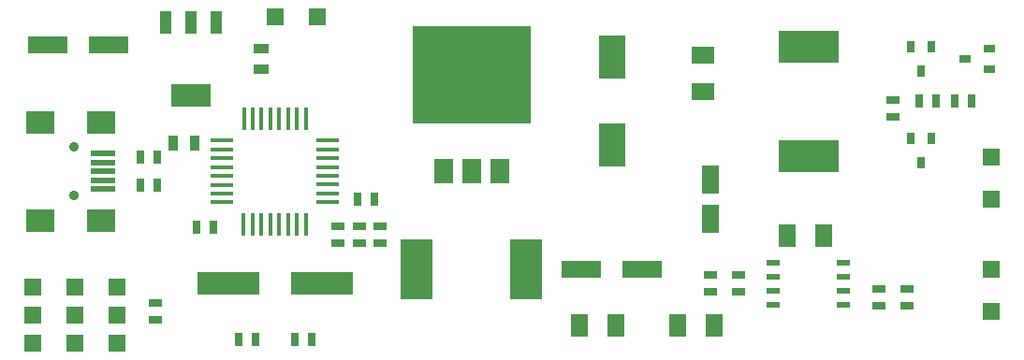
<source format=gts>
G04 (created by PCBNEW (2013-may-18)-stable) date Sat 11 Jan 2014 02:32:35 PM CET*
%MOIN*%
G04 Gerber Fmt 3.4, Leading zero omitted, Abs format*
%FSLAX34Y34*%
G01*
G70*
G90*
G04 APERTURE LIST*
%ADD10C,0.00590551*%
%ADD11R,0.0906X0.0197*%
%ADD12R,0.0984X0.0787*%
%ADD13C,0.0354*%
%ADD14R,0.0177X0.0787*%
%ADD15R,0.0787X0.0177*%
%ADD16R,0.045X0.02*%
%ADD17R,0.08X0.06*%
%ADD18R,0.06X0.08*%
%ADD19R,0.035X0.055*%
%ADD20R,0.055X0.035*%
%ADD21R,0.045X0.025*%
%ADD22R,0.025X0.045*%
%ADD23R,0.114173X0.212598*%
%ADD24R,0.212598X0.114173*%
%ADD25R,0.06X0.06*%
%ADD26R,0.42X0.35*%
%ADD27R,0.07X0.09*%
%ADD28R,0.0315X0.0394*%
%ADD29R,0.0394X0.0315*%
%ADD30R,0.144X0.08*%
%ADD31R,0.04X0.08*%
%ADD32R,0.220472X0.0826772*%
%ADD33R,0.063X0.1024*%
%ADD34R,0.0945X0.1575*%
%ADD35R,0.1417X0.063*%
G04 APERTURE END LIST*
G54D10*
G54D11*
X13858Y-40370D03*
X13858Y-40685D03*
X13858Y-41000D03*
X13858Y-41315D03*
X13858Y-41630D03*
G54D12*
X13819Y-39248D03*
X11654Y-39248D03*
X13819Y-42752D03*
X11654Y-42752D03*
G54D13*
X12835Y-40134D03*
X12835Y-41866D03*
G54D14*
X21093Y-42896D03*
X20778Y-42896D03*
X20463Y-42896D03*
X20148Y-42896D03*
X19833Y-42896D03*
X19518Y-42896D03*
X19203Y-42896D03*
X18888Y-42896D03*
X18890Y-39130D03*
X21100Y-39130D03*
X20780Y-39130D03*
X20460Y-39130D03*
X20150Y-39130D03*
X19830Y-39130D03*
X19520Y-39130D03*
X19200Y-39130D03*
G54D15*
X18100Y-42112D03*
X18100Y-41798D03*
X18100Y-41482D03*
X18100Y-41168D03*
X18100Y-40852D03*
X18100Y-40538D03*
X18100Y-40222D03*
X18100Y-39908D03*
X21880Y-42110D03*
X21880Y-41800D03*
X21880Y-41480D03*
X21880Y-41170D03*
X21880Y-40860D03*
X21880Y-40540D03*
X21880Y-40220D03*
X21880Y-39900D03*
G54D16*
X37750Y-45750D03*
X37750Y-45250D03*
X37750Y-44750D03*
X37750Y-44250D03*
X40250Y-44250D03*
X40250Y-44750D03*
X40250Y-45250D03*
X40250Y-45750D03*
G54D17*
X35250Y-38150D03*
X35250Y-36850D03*
G54D18*
X30850Y-46500D03*
X32150Y-46500D03*
X39550Y-43300D03*
X38250Y-43300D03*
X35650Y-46500D03*
X34350Y-46500D03*
G54D19*
X17125Y-40000D03*
X16375Y-40000D03*
G54D20*
X19500Y-37375D03*
X19500Y-36625D03*
G54D21*
X36500Y-45300D03*
X36500Y-44700D03*
X35500Y-45300D03*
X35500Y-44700D03*
G54D22*
X23550Y-42000D03*
X22950Y-42000D03*
X44800Y-38500D03*
X44200Y-38500D03*
X15800Y-41500D03*
X15200Y-41500D03*
X43550Y-38500D03*
X42950Y-38500D03*
G54D21*
X23750Y-42950D03*
X23750Y-43550D03*
G54D22*
X15200Y-40500D03*
X15800Y-40500D03*
X18700Y-47000D03*
X19300Y-47000D03*
X21300Y-47000D03*
X20700Y-47000D03*
G54D21*
X15750Y-45700D03*
X15750Y-46300D03*
G54D22*
X17200Y-43000D03*
X17800Y-43000D03*
G54D21*
X22250Y-42950D03*
X22250Y-43550D03*
X42500Y-45200D03*
X42500Y-45800D03*
X41500Y-45800D03*
X41500Y-45200D03*
X23000Y-43550D03*
X23000Y-42950D03*
G54D23*
X28948Y-44500D03*
X25051Y-44500D03*
G54D24*
X39000Y-36551D03*
X39000Y-40448D03*
G54D25*
X12875Y-45125D03*
G54D26*
X27000Y-37550D03*
G54D27*
X27000Y-41000D03*
X26000Y-41000D03*
X28000Y-41000D03*
G54D25*
X11375Y-46125D03*
X45500Y-44500D03*
X21500Y-35500D03*
X14375Y-47125D03*
X20000Y-35500D03*
X12875Y-46125D03*
X11375Y-45125D03*
X12875Y-47125D03*
X14375Y-45125D03*
X11375Y-47125D03*
X14375Y-46125D03*
X45500Y-46000D03*
X45500Y-40500D03*
X45500Y-42000D03*
G54D28*
X43000Y-37433D03*
X42625Y-36567D03*
X43375Y-36567D03*
G54D29*
X44567Y-37000D03*
X45433Y-36625D03*
X45433Y-37375D03*
G54D28*
X43000Y-40683D03*
X42625Y-39817D03*
X43375Y-39817D03*
G54D30*
X17000Y-38300D03*
G54D31*
X17000Y-35700D03*
X16100Y-35700D03*
X17900Y-35700D03*
G54D32*
X18326Y-45000D03*
X21673Y-45000D03*
G54D33*
X35500Y-41291D03*
X35500Y-42709D03*
G54D34*
X32000Y-40075D03*
X32000Y-36925D03*
G54D35*
X30917Y-44500D03*
X33083Y-44500D03*
X14083Y-36500D03*
X11917Y-36500D03*
G54D21*
X42000Y-38450D03*
X42000Y-39050D03*
M02*

</source>
